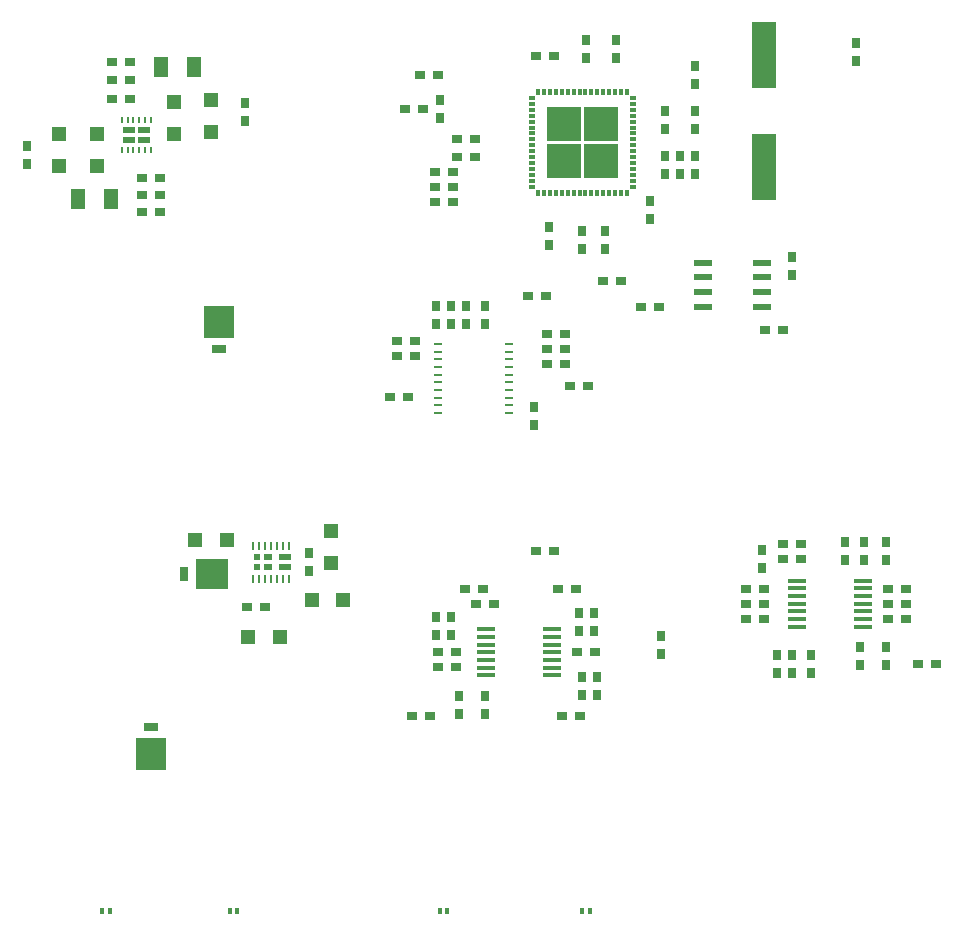
<source format=gbr>
G75*
G70*
%OFA0B0*%
%FSLAX24Y24*%
%IPPOS*%
%LPD*%
%AMOC8*
5,1,8,0,0,1.08239X$1,22.5*
%
%ADD10R,0.0295X0.0110*%
%ADD11R,0.0126X0.0217*%
%ADD12R,0.0217X0.0126*%
%ADD13R,0.1132X0.1132*%
%ADD14R,0.0830X0.2200*%
%ADD15R,0.0591X0.0209*%
%ADD16R,0.0350X0.0300*%
%ADD17R,0.0300X0.0350*%
%ADD18R,0.0630X0.0138*%
%ADD19R,0.0140X0.0240*%
%ADD20R,0.0106X0.0236*%
%ADD21R,0.0394X0.0246*%
%ADD22R,0.0500X0.0650*%
%ADD23R,0.0500X0.0500*%
%ADD24R,0.1000X0.1050*%
%ADD25R,0.0500X0.0300*%
%ADD26R,0.0098X0.0276*%
%ADD27R,0.0246X0.0246*%
%ADD28R,0.0295X0.0246*%
%ADD29R,0.1050X0.1000*%
%ADD30R,0.0300X0.0500*%
D10*
X016801Y023580D03*
X016801Y023836D03*
X016801Y024092D03*
X016801Y024348D03*
X016801Y024604D03*
X016801Y024860D03*
X016801Y025116D03*
X016801Y025372D03*
X016801Y025627D03*
X016801Y025883D03*
X019163Y025883D03*
X019163Y025627D03*
X019163Y025372D03*
X019163Y025116D03*
X019163Y024860D03*
X019163Y024604D03*
X019163Y024348D03*
X019163Y024092D03*
X019163Y023836D03*
X019163Y023580D03*
D11*
X020130Y030914D03*
X020327Y030914D03*
X020524Y030914D03*
X020721Y030914D03*
X020918Y030914D03*
X021115Y030914D03*
X021312Y030914D03*
X021508Y030914D03*
X021705Y030914D03*
X021902Y030914D03*
X022099Y030914D03*
X022296Y030914D03*
X022493Y030914D03*
X022689Y030914D03*
X022886Y030914D03*
X023083Y030914D03*
X023083Y034300D03*
X022886Y034300D03*
X022689Y034300D03*
X022493Y034300D03*
X022296Y034300D03*
X022099Y034300D03*
X021902Y034300D03*
X021705Y034300D03*
X021508Y034300D03*
X021312Y034300D03*
X021115Y034300D03*
X020918Y034300D03*
X020721Y034300D03*
X020524Y034300D03*
X020327Y034300D03*
X020130Y034300D03*
D12*
X019914Y034083D03*
X019914Y033886D03*
X019914Y033689D03*
X019914Y033493D03*
X019914Y033296D03*
X019914Y033099D03*
X019914Y032902D03*
X019914Y032705D03*
X019914Y032508D03*
X019914Y032312D03*
X019914Y032115D03*
X019914Y031918D03*
X019914Y031721D03*
X019914Y031524D03*
X019914Y031327D03*
X019914Y031130D03*
X023300Y031130D03*
X023300Y031327D03*
X023300Y031524D03*
X023300Y031721D03*
X023300Y031918D03*
X023300Y032115D03*
X023300Y032312D03*
X023300Y032508D03*
X023300Y032705D03*
X023300Y032902D03*
X023300Y033099D03*
X023300Y033296D03*
X023300Y033493D03*
X023300Y033689D03*
X023300Y033886D03*
X023300Y034083D03*
D13*
X022222Y033222D03*
X022222Y031992D03*
X020992Y031992D03*
X020992Y033222D03*
D14*
X027657Y031787D03*
X027657Y035527D03*
D15*
X027589Y028593D03*
X027589Y028102D03*
X027589Y027611D03*
X027589Y027120D03*
X025625Y027120D03*
X025625Y027611D03*
X025625Y028102D03*
X025625Y028593D03*
D16*
X024157Y027107D03*
X023557Y027107D03*
X022907Y027982D03*
X022307Y027982D03*
X021032Y026232D03*
X021032Y025732D03*
X021032Y025232D03*
X020432Y025232D03*
X020432Y025732D03*
X020432Y026232D03*
X020407Y027482D03*
X019807Y027482D03*
X021182Y024482D03*
X021782Y024482D03*
X020657Y018982D03*
X020057Y018982D03*
X020807Y017732D03*
X021407Y017732D03*
X021432Y015607D03*
X022032Y015607D03*
X021532Y013482D03*
X020932Y013482D03*
X017407Y015107D03*
X017407Y015607D03*
X016807Y015607D03*
X016807Y015107D03*
X016532Y013482D03*
X015932Y013482D03*
X018057Y017232D03*
X018282Y017732D03*
X017682Y017732D03*
X018657Y017232D03*
X015782Y024107D03*
X015182Y024107D03*
X015432Y025482D03*
X015432Y025982D03*
X016032Y025982D03*
X016032Y025482D03*
X016682Y030607D03*
X016682Y031107D03*
X016682Y031607D03*
X017282Y031607D03*
X017282Y031107D03*
X017282Y030607D03*
X017432Y032107D03*
X018032Y032107D03*
X018032Y032732D03*
X017432Y032732D03*
X016282Y033732D03*
X015682Y033732D03*
X016182Y034857D03*
X016782Y034857D03*
X020057Y035482D03*
X020657Y035482D03*
X027682Y026357D03*
X028282Y026357D03*
X028307Y019232D03*
X028307Y018732D03*
X028907Y018732D03*
X028907Y019232D03*
X027657Y017732D03*
X027657Y017232D03*
X027657Y016732D03*
X027057Y016732D03*
X027057Y017232D03*
X027057Y017732D03*
X031807Y017732D03*
X031807Y017232D03*
X031807Y016732D03*
X032407Y016732D03*
X032407Y017232D03*
X032407Y017732D03*
X032807Y015232D03*
X033407Y015232D03*
X011032Y017107D03*
X010432Y017107D03*
X007532Y030294D03*
X007532Y030857D03*
X007532Y031419D03*
X006932Y031419D03*
X006932Y030857D03*
X006932Y030294D03*
X006532Y034044D03*
X006532Y034669D03*
X005932Y034669D03*
X005932Y034044D03*
X005932Y035294D03*
X006532Y035294D03*
D17*
X003107Y032469D03*
X003107Y031869D03*
X010357Y033307D03*
X010357Y033907D03*
X016857Y034032D03*
X016857Y033432D03*
X020482Y029782D03*
X020482Y029182D03*
X021607Y029057D03*
X021607Y029657D03*
X022357Y029657D03*
X022357Y029057D03*
X023857Y030057D03*
X023857Y030657D03*
X024357Y031557D03*
X024857Y031557D03*
X025357Y031557D03*
X025357Y032157D03*
X024857Y032157D03*
X024357Y032157D03*
X024357Y033057D03*
X024357Y033657D03*
X025357Y033657D03*
X025357Y033057D03*
X025357Y034557D03*
X025357Y035157D03*
X022732Y035432D03*
X022732Y036032D03*
X021732Y036032D03*
X021732Y035432D03*
X028607Y028782D03*
X028607Y028182D03*
X030732Y035307D03*
X030732Y035907D03*
X019982Y023782D03*
X019982Y023182D03*
X018357Y026557D03*
X018357Y027157D03*
X017732Y027157D03*
X017232Y027157D03*
X016732Y027157D03*
X016732Y026557D03*
X017232Y026557D03*
X017732Y026557D03*
X012482Y018907D03*
X012482Y018307D03*
X016732Y016782D03*
X017232Y016782D03*
X017232Y016182D03*
X016732Y016182D03*
X017482Y014157D03*
X017482Y013557D03*
X018357Y013557D03*
X018357Y014157D03*
X021482Y016307D03*
X021482Y016907D03*
X021982Y016907D03*
X021982Y016307D03*
X022107Y014782D03*
X021607Y014782D03*
X021607Y014182D03*
X022107Y014182D03*
X024232Y015557D03*
X024232Y016157D03*
X027607Y018432D03*
X027607Y019032D03*
X030357Y019282D03*
X030357Y018682D03*
X030982Y018682D03*
X030982Y019282D03*
X031732Y019282D03*
X031732Y018682D03*
X031732Y015782D03*
X031732Y015182D03*
X030857Y015182D03*
X030857Y015782D03*
X029232Y015532D03*
X029232Y014932D03*
X028607Y014932D03*
X028107Y014932D03*
X028107Y015532D03*
X028607Y015532D03*
D18*
X028754Y016464D03*
X028754Y016720D03*
X028754Y016976D03*
X028754Y017232D03*
X028754Y017488D03*
X028754Y017744D03*
X028754Y018000D03*
X030959Y018000D03*
X030959Y017744D03*
X030959Y017488D03*
X030959Y017232D03*
X030959Y016976D03*
X030959Y016720D03*
X030959Y016464D03*
X020584Y016375D03*
X020584Y016119D03*
X020584Y015863D03*
X020584Y015607D03*
X020584Y015351D03*
X020584Y015095D03*
X020584Y014839D03*
X018379Y014839D03*
X018379Y015095D03*
X018379Y015351D03*
X018379Y015607D03*
X018379Y015863D03*
X018379Y016119D03*
X018379Y016375D03*
D19*
X005607Y006982D03*
X005857Y006982D03*
X009857Y006982D03*
X010107Y006982D03*
X016857Y006982D03*
X017107Y006982D03*
X021607Y006982D03*
X021857Y006982D03*
D20*
X007214Y032353D03*
X007021Y032353D03*
X006828Y032353D03*
X006635Y032353D03*
X006442Y032353D03*
X006250Y032353D03*
X006250Y033361D03*
X006442Y033361D03*
X006635Y033361D03*
X006828Y033361D03*
X007021Y033361D03*
X007214Y033361D03*
D21*
X006978Y033029D03*
X006978Y032685D03*
X006486Y032685D03*
X006486Y033029D03*
X011675Y018779D03*
X011675Y018435D03*
D22*
X005907Y030732D03*
X004807Y030732D03*
X007557Y035107D03*
X008657Y035107D03*
D23*
X009232Y034012D03*
X009232Y032952D03*
X007982Y032877D03*
X007982Y033937D03*
X005419Y032887D03*
X005419Y031827D03*
X004169Y031827D03*
X004169Y032887D03*
X013232Y019637D03*
X013232Y018577D03*
X013637Y017357D03*
X012577Y017357D03*
X011512Y016107D03*
X010452Y016107D03*
X009762Y019357D03*
X008702Y019357D03*
D24*
X007232Y012207D03*
X009482Y026632D03*
D25*
X009482Y025707D03*
X007232Y013132D03*
D26*
X010641Y018056D03*
X010838Y018056D03*
X011035Y018056D03*
X011232Y018056D03*
X011429Y018056D03*
X011626Y018056D03*
X011822Y018056D03*
X011822Y019158D03*
X011626Y019158D03*
X011429Y019158D03*
X011232Y019158D03*
X011035Y019158D03*
X010838Y019158D03*
X010641Y019158D03*
D27*
X010764Y018779D03*
X010764Y018435D03*
D28*
X011133Y018435D03*
X011133Y018779D03*
D29*
X009257Y018232D03*
D30*
X008332Y018232D03*
M02*

</source>
